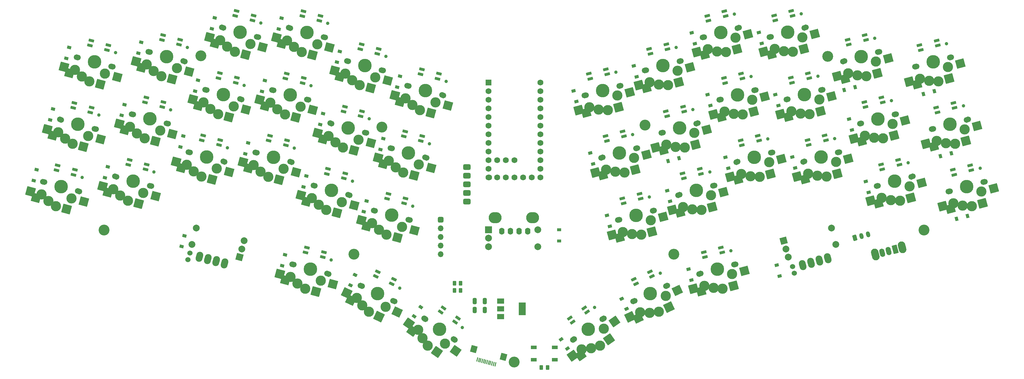
<source format=gbr>
%TF.GenerationSoftware,KiCad,Pcbnew,(6.0.0)*%
%TF.CreationDate,2022-04-21T03:32:39-07:00*%
%TF.ProjectId,ffkb,66666b62-2e6b-4696-9361-645f70636258,rev?*%
%TF.SameCoordinates,Original*%
%TF.FileFunction,Soldermask,Bot*%
%TF.FilePolarity,Negative*%
%FSLAX46Y46*%
G04 Gerber Fmt 4.6, Leading zero omitted, Abs format (unit mm)*
G04 Created by KiCad (PCBNEW (6.0.0)) date 2022-04-21 03:32:39*
%MOMM*%
%LPD*%
G01*
G04 APERTURE LIST*
G04 Aperture macros list*
%AMRoundRect*
0 Rectangle with rounded corners*
0 $1 Rounding radius*
0 $2 $3 $4 $5 $6 $7 $8 $9 X,Y pos of 4 corners*
0 Add a 4 corners polygon primitive as box body*
4,1,4,$2,$3,$4,$5,$6,$7,$8,$9,$2,$3,0*
0 Add four circle primitives for the rounded corners*
1,1,$1+$1,$2,$3*
1,1,$1+$1,$4,$5*
1,1,$1+$1,$6,$7*
1,1,$1+$1,$8,$9*
0 Add four rect primitives between the rounded corners*
20,1,$1+$1,$2,$3,$4,$5,0*
20,1,$1+$1,$4,$5,$6,$7,0*
20,1,$1+$1,$6,$7,$8,$9,0*
20,1,$1+$1,$8,$9,$2,$3,0*%
%AMHorizOval*
0 Thick line with rounded ends*
0 $1 width*
0 $2 $3 position (X,Y) of the first rounded end (center of the circle)*
0 $4 $5 position (X,Y) of the second rounded end (center of the circle)*
0 Add line between two ends*
20,1,$1,$2,$3,$4,$5,0*
0 Add two circle primitives to create the rounded ends*
1,1,$1,$2,$3*
1,1,$1,$4,$5*%
%AMRotRect*
0 Rectangle, with rotation*
0 The origin of the aperture is its center*
0 $1 length*
0 $2 width*
0 $3 Rotation angle, in degrees counterclockwise*
0 Add horizontal line*
21,1,$1,$2,0,0,$3*%
G04 Aperture macros list end*
%ADD10RoundRect,0.425000X-0.425000X-0.425000X0.425000X-0.425000X0.425000X0.425000X-0.425000X0.425000X0*%
%ADD11O,1.700000X1.700000*%
%ADD12RotRect,2.000000X2.000000X165.000000*%
%ADD13C,2.000000*%
%ADD14RotRect,2.000000X2.000000X15.000000*%
%ADD15HorizOval,2.000000X0.129410X0.482963X-0.129410X-0.482963X0*%
%ADD16C,1.524000*%
%ADD17HorizOval,1.524000X0.000000X0.000000X0.000000X0.000000X0*%
%ADD18HorizOval,2.000000X-0.129410X0.482963X0.129410X-0.482963X0*%
%ADD19HorizOval,1.524000X0.000000X0.000000X0.000000X0.000000X0*%
%ADD20O,1.600000X2.000000*%
%ADD21RoundRect,0.082000X0.608642X-0.502656X0.778427X0.130992X-0.608642X0.502656X-0.778427X-0.130992X0*%
%ADD22RoundRect,0.082000X0.400018X-0.680510X0.776284X-0.143146X-0.400018X0.680510X-0.776284X0.143146X0*%
%ADD23C,3.429000*%
%ADD24C,1.701800*%
%ADD25C,3.000000*%
%ADD26C,0.990600*%
%ADD27C,3.987800*%
%ADD28RotRect,2.600000X2.600000X345.000000*%
%ADD29RotRect,2.550000X2.500000X165.000000*%
%ADD30RotRect,2.550000X2.500000X145.000000*%
%ADD31RotRect,2.600000X2.600000X325.000000*%
%ADD32RotRect,2.600000X2.600000X335.000000*%
%ADD33RotRect,2.550000X2.500000X155.000000*%
%ADD34RoundRect,0.082000X0.512110X-0.600709X0.789348X-0.006171X-0.512110X0.600709X-0.789348X0.006171X0*%
%ADD35RoundRect,0.082000X0.778427X-0.130992X0.608642X0.502656X-0.778427X0.130992X-0.608642X-0.502656X0*%
%ADD36RoundRect,0.082000X0.789348X0.006171X0.512110X0.600709X-0.789348X-0.006171X-0.512110X-0.600709X0*%
%ADD37RoundRect,0.082000X0.776284X0.143146X0.400018X0.680510X-0.776284X-0.143146X-0.400018X-0.680510X0*%
%ADD38RotRect,2.550000X2.500000X215.000000*%
%ADD39RotRect,2.600000X2.600000X35.000000*%
%ADD40RotRect,2.550000X2.500000X195.000000*%
%ADD41RotRect,2.600000X2.600000X15.000000*%
%ADD42RotRect,2.550000X2.500000X205.000000*%
%ADD43RotRect,2.600000X2.600000X25.000000*%
%ADD44R,2.000000X2.000000*%
%ADD45R,1.752600X1.752600*%
%ADD46C,1.752600*%
%ADD47C,3.200000*%
%ADD48RotRect,0.900000X1.200000X255.000000*%
%ADD49RotRect,0.900000X1.200000X285.000000*%
%ADD50RoundRect,0.249998X0.262502X0.450002X-0.262502X0.450002X-0.262502X-0.450002X0.262502X-0.450002X0*%
%ADD51R,1.800000X1.100000*%
%ADD52RoundRect,0.425000X0.675000X0.425000X-0.675000X0.425000X-0.675000X-0.425000X0.675000X-0.425000X0*%
%ADD53RoundRect,0.425000X0.675000X-0.425000X0.675000X0.425000X-0.675000X0.425000X-0.675000X-0.425000X0*%
%ADD54O,3.800000X3.300000*%
%ADD55RotRect,0.900000X1.200000X245.000000*%
%ADD56RotRect,0.900000X1.200000X235.000000*%
%ADD57RotRect,0.900000X1.200000X15.000000*%
%ADD58RotRect,0.900000X1.200000X305.000000*%
%ADD59RotRect,0.900000X1.200000X295.000000*%
%ADD60RotRect,0.900000X1.200000X195.000000*%
%ADD61R,1.200000X0.900000*%
%ADD62HorizOval,2.200000X-0.168232X0.627852X0.168232X-0.627852X0*%
%ADD63RotRect,1.500000X2.500000X195.000000*%
%ADD64HorizOval,1.500000X-0.129410X0.482963X0.129410X-0.482963X0*%
%ADD65RoundRect,0.250000X-0.176312X-0.694290X0.499836X-0.513117X0.176312X0.694290X-0.499836X0.513117X0*%
%ADD66HorizOval,1.200000X-0.071175X0.265630X0.071175X-0.265630X0*%
%ADD67R,2.000000X1.500000*%
%ADD68R,2.000000X3.800000*%
%ADD69RotRect,0.280000X1.250000X345.000000*%
%ADD70RotRect,1.800000X2.000000X345.000000*%
%ADD71RoundRect,0.250000X-0.262500X-0.450000X0.262500X-0.450000X0.262500X0.450000X-0.262500X0.450000X0*%
%ADD72RoundRect,0.250000X-0.325000X-0.650000X0.325000X-0.650000X0.325000X0.650000X-0.325000X0.650000X0*%
G04 APERTURE END LIST*
D10*
%TO.C,J4*%
X112650000Y-86990000D03*
D11*
X112650000Y-89530000D03*
X112650000Y-92070000D03*
X112650000Y-94610000D03*
X112650000Y-97150000D03*
%TD*%
D12*
%TO.C,SW42*%
X53585255Y-98010424D03*
D13*
X54879350Y-93180795D03*
X54232303Y-95595610D03*
X40873426Y-89427919D03*
X39579331Y-94257548D03*
%TD*%
D14*
%TO.C,SW43*%
X213443480Y-93180544D03*
D13*
X214737575Y-98010173D03*
X214090527Y-95595359D03*
X228743499Y-94257297D03*
X227449404Y-89427668D03*
%TD*%
D15*
%TO.C,SW44*%
X41761892Y-97896424D03*
X44215343Y-98553824D03*
X46668795Y-99211225D03*
X49122246Y-99868625D03*
D16*
X38437063Y-98713744D03*
D17*
X38954701Y-96781893D03*
%TD*%
D18*
%TO.C,SW45*%
X219033655Y-100327217D03*
X221487107Y-99669817D03*
X223940559Y-99012417D03*
X226394010Y-98355016D03*
D16*
X216562929Y-102697452D03*
D19*
X216045291Y-100765600D03*
%TD*%
D20*
%TO.C,Brd1*%
X138180852Y-90353496D03*
X135640852Y-90353496D03*
X133100852Y-90353496D03*
X130560852Y-90353496D03*
%TD*%
D21*
%TO.C,D43*%
X25926705Y-72144400D03*
X26314934Y-70695511D03*
X21292120Y-69349652D03*
X20903891Y-70798541D03*
%TD*%
%TO.C,D49*%
X72078777Y-46723226D03*
X72467006Y-45274337D03*
X67444192Y-43928478D03*
X67055963Y-45377367D03*
%TD*%
%TO.C,D50*%
X67161212Y-65075818D03*
X67549441Y-63626929D03*
X62526627Y-62281070D03*
X62138398Y-63729959D03*
%TD*%
%TO.C,D42*%
X30844270Y-53791808D03*
X31232499Y-52342919D03*
X26209685Y-50997060D03*
X25821456Y-52445949D03*
%TD*%
%TO.C,D46*%
X52432095Y-46635300D03*
X52820324Y-45186411D03*
X47797510Y-43840552D03*
X47409281Y-45289441D03*
%TD*%
%TO.C,D58*%
X78008059Y-98005229D03*
X78396288Y-96556340D03*
X73373474Y-95210481D03*
X72985245Y-96659370D03*
%TD*%
D22*
%TO.C,D60*%
X116909424Y-117141558D03*
X117769788Y-115912830D03*
X113510198Y-112930233D03*
X112649833Y-114158961D03*
%TD*%
D23*
%TO.C,SW22*%
X43882441Y-68497424D03*
D24*
X38975538Y-67182623D03*
D25*
X38082240Y-70825551D03*
D26*
X50011614Y-65791571D03*
D25*
X42342468Y-74244683D03*
D24*
X48789344Y-69812225D03*
X38569849Y-67073919D03*
D27*
X43882441Y-68497424D03*
D25*
X46905218Y-71936976D03*
D24*
X49195033Y-69920929D03*
D25*
X40114189Y-72746927D03*
D28*
X34918833Y-69977918D03*
D29*
X36491967Y-71776355D03*
D28*
X45505875Y-75092315D03*
D29*
X50527440Y-72907548D03*
%TD*%
D25*
%TO.C,SW33*%
X70607714Y-105764260D03*
D24*
X79688558Y-102938262D03*
D26*
X80505139Y-98808904D03*
D27*
X74375966Y-101514757D03*
D24*
X69469063Y-100199956D03*
D23*
X74375966Y-101514757D03*
D24*
X69063374Y-100091252D03*
D25*
X72835993Y-107262016D03*
X77398743Y-104954309D03*
X68575765Y-103842884D03*
D24*
X79282869Y-102829558D03*
D28*
X65412358Y-102995251D03*
D29*
X66985492Y-104793688D03*
X81020965Y-105924881D03*
D28*
X75999400Y-108109648D03*
%TD*%
D24*
%TO.C,SW23*%
X68841711Y-70008851D03*
D25*
X57728918Y-70913473D03*
D26*
X69658292Y-65879493D03*
D24*
X58216527Y-67161841D03*
D25*
X59760867Y-72834849D03*
X61989146Y-74332605D03*
X66551896Y-72024898D03*
D24*
X68436022Y-69900147D03*
D23*
X63529119Y-68585346D03*
D27*
X63529119Y-68585346D03*
D24*
X58622216Y-67270545D03*
D28*
X54565511Y-70065840D03*
D29*
X56138645Y-71864277D03*
D28*
X65152553Y-75180237D03*
D29*
X70174118Y-72995470D03*
%TD*%
D24*
%TO.C,SW35*%
X116457335Y-122110955D03*
X108134751Y-116283419D03*
D26*
X118981038Y-118750817D03*
D25*
X106049371Y-119401125D03*
X107301629Y-121901595D03*
X113960128Y-123463159D03*
D24*
X116801379Y-122351857D03*
D25*
X108883263Y-124071142D03*
D24*
X107790707Y-116042517D03*
D23*
X112296043Y-119197187D03*
D27*
X112296043Y-119197187D03*
D30*
X104229808Y-119750684D03*
D31*
X103366648Y-117522662D03*
D30*
X117031948Y-125614071D03*
D31*
X111565986Y-125949604D03*
%TD*%
D25*
%TO.C,SW25*%
X101315944Y-89104468D03*
D23*
X98293167Y-85664916D03*
D27*
X98293167Y-85664916D03*
D25*
X92492966Y-87993043D03*
D24*
X103200070Y-86979717D03*
D25*
X94524915Y-89914419D03*
D24*
X92980575Y-84241411D03*
D26*
X104422340Y-82959063D03*
D24*
X93386264Y-84350115D03*
X103605759Y-87088421D03*
D25*
X96753194Y-91412175D03*
D29*
X90902693Y-88943847D03*
D28*
X89329559Y-87145410D03*
X99916601Y-92259807D03*
D29*
X104938166Y-90075040D03*
%TD*%
D27*
%TO.C,SW21*%
X22294612Y-75653928D03*
D25*
X18526360Y-79903431D03*
D24*
X16982020Y-74230423D03*
D25*
X25317389Y-79093480D03*
D24*
X27607204Y-77077433D03*
D26*
X28423785Y-72948075D03*
D25*
X20754639Y-81401187D03*
X16494411Y-77982055D03*
D24*
X17387709Y-74339127D03*
D23*
X22294612Y-75653928D03*
D24*
X27201515Y-76968729D03*
D29*
X14904138Y-78932859D03*
D28*
X13331004Y-77134422D03*
X23918046Y-82248819D03*
D29*
X28939611Y-80064052D03*
%TD*%
D25*
%TO.C,SW14*%
X83965213Y-65727212D03*
D27*
X85505186Y-59979953D03*
D24*
X90817778Y-61403458D03*
D26*
X91634359Y-57274100D03*
D23*
X85505186Y-59979953D03*
D25*
X79704985Y-62308080D03*
D24*
X90412089Y-61294754D03*
D25*
X81736934Y-64229456D03*
D24*
X80598283Y-58665152D03*
X80192594Y-58556448D03*
D25*
X88527963Y-63419505D03*
D28*
X76541578Y-61460447D03*
D29*
X78114712Y-63258884D03*
X92150185Y-64390077D03*
D28*
X87128620Y-66574844D03*
%TD*%
D21*
%TO.C,D52*%
X84219712Y-74823011D03*
X84607941Y-73374122D03*
X79585127Y-72028263D03*
X79196898Y-73477152D03*
%TD*%
D24*
%TO.C,SW34*%
X99094199Y-111021587D03*
X98713550Y-110844088D03*
X89505462Y-106550286D03*
D26*
X100615429Y-107096762D03*
D25*
X87993149Y-109982750D03*
X89660583Y-112227780D03*
X91594927Y-114089718D03*
D24*
X89124813Y-106372787D03*
D27*
X94109506Y-108697187D03*
D25*
X96489088Y-112609384D03*
D23*
X94109506Y-108697187D03*
D32*
X85024991Y-108598675D03*
D33*
X86261929Y-110642962D03*
X99887742Y-114194203D03*
D32*
X94563085Y-115473793D03*
%TD*%
D21*
%TO.C,D56*%
X106842822Y-63802801D03*
X107231051Y-62353912D03*
X102208237Y-61008053D03*
X101820008Y-62456942D03*
%TD*%
D26*
%TO.C,SW4*%
X96551919Y-38921510D03*
D25*
X86654494Y-45876866D03*
X84622545Y-43955490D03*
D24*
X85515843Y-40312562D03*
D25*
X88882773Y-47374622D03*
D24*
X95735338Y-43050868D03*
D25*
X93445523Y-45066915D03*
D27*
X90422746Y-41627363D03*
D24*
X85110154Y-40203858D03*
D23*
X90422746Y-41627363D03*
D24*
X95329649Y-42942164D03*
D29*
X83032272Y-44906294D03*
D28*
X81459138Y-43107857D03*
X92046180Y-48222254D03*
D29*
X97067745Y-46037487D03*
%TD*%
D21*
%TO.C,D54*%
X94054839Y-38117835D03*
X94443068Y-36668946D03*
X89420254Y-35323087D03*
X89032025Y-36771976D03*
%TD*%
D25*
%TO.C,SW24*%
X76819367Y-82582042D03*
D24*
X85494522Y-79647340D03*
D25*
X79047646Y-84079798D03*
X74787418Y-80660666D03*
D24*
X75275027Y-76909034D03*
X75680716Y-77017738D03*
D23*
X80587619Y-78332539D03*
D26*
X86716792Y-75626686D03*
D25*
X83610396Y-81772091D03*
D24*
X85900211Y-79756044D03*
D27*
X80587619Y-78332539D03*
D29*
X73197145Y-81611470D03*
D28*
X71624011Y-79813033D03*
X82211053Y-84927430D03*
D29*
X87232618Y-82742663D03*
%TD*%
D21*
%TO.C,D53*%
X89137279Y-56470425D03*
X89525508Y-55021536D03*
X84502694Y-53675677D03*
X84114465Y-55124566D03*
%TD*%
%TO.C,D45*%
X47514534Y-64987896D03*
X47902763Y-63539007D03*
X42879949Y-62193148D03*
X42491720Y-63642037D03*
%TD*%
D34*
%TO.C,D59*%
X98295843Y-105871683D03*
X98929770Y-104512221D03*
X94216970Y-102314606D03*
X93583042Y-103674068D03*
%TD*%
D25*
%TO.C,SW12*%
X47260029Y-55892087D03*
D26*
X54929175Y-47438975D03*
D24*
X43487410Y-48721323D03*
D25*
X42999801Y-52472955D03*
D27*
X48800002Y-50144828D03*
D24*
X43893099Y-48830027D03*
X53706905Y-51459629D03*
D25*
X45031750Y-54394331D03*
D23*
X48800002Y-50144828D03*
D25*
X51822779Y-53584380D03*
D24*
X54112594Y-51568333D03*
D29*
X41409528Y-53423759D03*
D28*
X39836394Y-51625322D03*
X50423436Y-56739719D03*
D29*
X55445001Y-54554952D03*
%TD*%
D24*
%TO.C,SW3*%
X68457345Y-30565364D03*
D25*
X76387025Y-35319717D03*
D24*
X78676840Y-33303670D03*
D23*
X73364248Y-31880165D03*
D25*
X71824275Y-37627424D03*
X69595996Y-36129668D03*
D24*
X68051656Y-30456660D03*
X78271151Y-33194966D03*
D26*
X79493421Y-29174312D03*
D25*
X67564047Y-34208292D03*
D27*
X73364248Y-31880165D03*
D29*
X65973774Y-35159096D03*
D28*
X64400640Y-33360659D03*
X74987682Y-38475056D03*
D29*
X80009247Y-36290289D03*
%TD*%
D24*
%TO.C,SW15*%
X108523321Y-68735834D03*
D27*
X103210729Y-67312329D03*
D26*
X109339902Y-64606476D03*
D25*
X97410528Y-69640456D03*
X106233506Y-70751881D03*
D24*
X97898137Y-65888824D03*
X98303826Y-65997528D03*
D23*
X103210729Y-67312329D03*
D25*
X101670756Y-73059588D03*
D24*
X108117632Y-68627130D03*
D25*
X99442477Y-71561832D03*
D29*
X95820255Y-70591260D03*
D28*
X94247121Y-68792823D03*
X104834163Y-73907220D03*
D29*
X109855728Y-71722453D03*
%TD*%
D25*
%TO.C,SW5*%
X111151066Y-52399284D03*
X102328088Y-51287859D03*
D24*
X113035192Y-50274533D03*
D27*
X108128289Y-48959732D03*
D24*
X103221386Y-47644931D03*
X113440881Y-50383237D03*
X102815697Y-47536227D03*
D23*
X108128289Y-48959732D03*
D25*
X106588316Y-54706991D03*
X104360037Y-53209235D03*
D26*
X114257462Y-46253879D03*
D28*
X99164681Y-50440226D03*
D29*
X100737815Y-52238663D03*
D28*
X109751723Y-55554623D03*
D29*
X114773288Y-53369856D03*
%TD*%
D25*
%TO.C,SW13*%
X64678432Y-54482257D03*
D24*
X73759276Y-51656259D03*
X63134092Y-48809249D03*
D25*
X66906711Y-55980013D03*
D26*
X74575857Y-47526901D03*
D23*
X68446684Y-50232754D03*
D25*
X62646483Y-52560881D03*
D27*
X68446684Y-50232754D03*
D24*
X73353587Y-51547555D03*
X63539781Y-48917953D03*
D25*
X71469461Y-53672306D03*
D28*
X59483076Y-51713248D03*
D29*
X61056210Y-53511685D03*
X75091683Y-54642878D03*
D28*
X70070118Y-56827645D03*
%TD*%
D23*
%TO.C,SW1*%
X32129741Y-38948746D03*
D24*
X37036644Y-40263547D03*
D25*
X35152518Y-42388298D03*
X26329540Y-41276873D03*
X30589768Y-44696005D03*
D24*
X37442333Y-40372251D03*
D27*
X32129741Y-38948746D03*
D24*
X27222838Y-37633945D03*
X26817149Y-37525241D03*
D26*
X38258914Y-36242893D03*
D25*
X28361489Y-43198249D03*
D29*
X24739267Y-42227677D03*
D28*
X23166133Y-40429240D03*
D29*
X38774740Y-43358870D03*
D28*
X33753175Y-45543637D03*
%TD*%
D24*
%TO.C,SW2*%
X48810661Y-30477444D03*
D23*
X53717564Y-31792245D03*
D25*
X52177591Y-37539504D03*
X49949312Y-36041748D03*
X56740341Y-35231797D03*
D26*
X59846737Y-29086392D03*
D24*
X48404972Y-30368740D03*
D27*
X53717564Y-31792245D03*
D24*
X58624467Y-33107046D03*
X59030156Y-33215750D03*
D25*
X47917363Y-34120372D03*
D28*
X44753956Y-33272739D03*
D29*
X46327090Y-35071176D03*
D28*
X55340998Y-38387136D03*
D29*
X60362563Y-36202369D03*
%TD*%
D23*
%TO.C,SW11*%
X27212177Y-57301336D03*
D25*
X21411976Y-59629463D03*
X25672204Y-63048595D03*
X23443925Y-61550839D03*
D24*
X32524769Y-58724841D03*
D26*
X33341350Y-54595483D03*
D24*
X32119080Y-58616137D03*
D27*
X27212177Y-57301336D03*
D24*
X21899585Y-55877831D03*
X22305274Y-55986535D03*
D25*
X30234954Y-60740888D03*
D29*
X19821703Y-60580267D03*
D28*
X18248569Y-58781830D03*
D29*
X33857176Y-61711460D03*
D28*
X28835611Y-63896227D03*
%TD*%
D21*
%TO.C,D41*%
X35761834Y-35439218D03*
X36150063Y-33990329D03*
X31127249Y-32644470D03*
X30739020Y-34093359D03*
%TD*%
%TO.C,D48*%
X76996341Y-28370637D03*
X77384570Y-26921748D03*
X72361756Y-25575889D03*
X71973527Y-27024778D03*
%TD*%
%TO.C,D55*%
X111760382Y-45450204D03*
X112148611Y-44001315D03*
X107125797Y-42655456D03*
X106737568Y-44104345D03*
%TD*%
%TO.C,D47*%
X57349657Y-28282717D03*
X57737886Y-26833828D03*
X52715072Y-25487969D03*
X52326843Y-26936858D03*
%TD*%
D35*
%TO.C,D72*%
X201270813Y-45379650D03*
X200882584Y-43930761D03*
X195859770Y-45276620D03*
X196247999Y-46725509D03*
%TD*%
%TO.C,D78*%
X247422891Y-70800821D03*
X247034662Y-69351932D03*
X242011848Y-70697791D03*
X242400077Y-72146680D03*
%TD*%
%TO.C,D64*%
X171424337Y-80811808D03*
X171036108Y-79362919D03*
X166013294Y-80708778D03*
X166401523Y-82157667D03*
%TD*%
%TO.C,D69*%
X189129883Y-73479432D03*
X188741654Y-72030543D03*
X183718840Y-73376402D03*
X184107069Y-74825291D03*
%TD*%
%TO.C,D71*%
X206188375Y-63732236D03*
X205800146Y-62283347D03*
X200777332Y-63629206D03*
X201165561Y-65078095D03*
%TD*%
%TO.C,D73*%
X196353249Y-27027062D03*
X195965020Y-25578173D03*
X190942206Y-26924032D03*
X191330435Y-28372921D03*
%TD*%
%TO.C,D74*%
X215999937Y-26939128D03*
X215611708Y-25490239D03*
X210588894Y-26836098D03*
X210977123Y-28284987D03*
%TD*%
%TO.C,D80*%
X237587762Y-34095639D03*
X237199533Y-32646750D03*
X232176719Y-33992609D03*
X232564948Y-35441498D03*
%TD*%
%TO.C,D76*%
X225835059Y-63644308D03*
X225446830Y-62195419D03*
X220424016Y-63541278D03*
X220812245Y-64990167D03*
%TD*%
%TO.C,D75*%
X220917499Y-45291720D03*
X220529270Y-43842831D03*
X215506456Y-45188690D03*
X215894685Y-46637579D03*
%TD*%
%TO.C,D79*%
X242505322Y-52448227D03*
X242117093Y-50999338D03*
X237094279Y-52345197D03*
X237482508Y-53794086D03*
%TD*%
%TO.C,D68*%
X184212315Y-55126847D03*
X183824086Y-53677958D03*
X178801272Y-55023817D03*
X179189501Y-56472706D03*
%TD*%
%TO.C,D63*%
X195341534Y-96661651D03*
X194953305Y-95212762D03*
X189930491Y-96558621D03*
X190318720Y-98007510D03*
%TD*%
D36*
%TO.C,D62*%
X174743737Y-103676339D03*
X174109809Y-102316877D03*
X169397009Y-104514492D03*
X170030936Y-105873954D03*
%TD*%
D37*
%TO.C,D61*%
X155676950Y-114161231D03*
X154816585Y-112932503D03*
X150556995Y-115915100D03*
X151417359Y-117143828D03*
%TD*%
D25*
%TO.C,SW36*%
X160608593Y-119094777D03*
X156863862Y-124817634D03*
D23*
X156030740Y-119199457D03*
D24*
X160192032Y-116285689D03*
X151869448Y-122113225D03*
D27*
X156030740Y-119199457D03*
D24*
X151525404Y-122354127D03*
D25*
X159443520Y-124073412D03*
X154085891Y-125139159D03*
D24*
X160536076Y-116044787D03*
D26*
X157897693Y-112764949D03*
D38*
X153792042Y-126968545D03*
D39*
X151403168Y-127017622D03*
D38*
X163680414Y-116943865D03*
D39*
X162126243Y-122194949D03*
%TD*%
D26*
%TO.C,SW29*%
X228399431Y-63091771D03*
D24*
X219537435Y-69814496D03*
D23*
X224444338Y-68499695D03*
D24*
X229756930Y-67076190D03*
D27*
X224444338Y-68499695D03*
D24*
X219131746Y-69923200D03*
D25*
X228781916Y-69967046D03*
X223305687Y-74063999D03*
X220585280Y-73416012D03*
D24*
X229351241Y-67184894D03*
D25*
X225984311Y-74246954D03*
D40*
X219683465Y-75034570D03*
D41*
X217421873Y-74263644D03*
D40*
X232404138Y-68996475D03*
D41*
X229147718Y-73399321D03*
%TD*%
D27*
%TO.C,SW37*%
X174217273Y-108699458D03*
D24*
X169232580Y-111023858D03*
X169613229Y-110846359D03*
X179201966Y-106375058D03*
D25*
X174062152Y-114376952D03*
X176731852Y-114091989D03*
D26*
X177173203Y-102686898D03*
D24*
X178821317Y-106552557D03*
D23*
X174217273Y-108699458D03*
D25*
X178743756Y-109391304D03*
X171270553Y-114211204D03*
D42*
X170663498Y-115961770D03*
D43*
X168302395Y-115595278D03*
D42*
X182142410Y-107806486D03*
D43*
X179700010Y-112707915D03*
%TD*%
D24*
%TO.C,SW38*%
X198857716Y-100202237D03*
X188638221Y-102940543D03*
X199263405Y-100093533D03*
D25*
X192812162Y-107081342D03*
X198288391Y-102984389D03*
X195490786Y-107264297D03*
D24*
X189043910Y-102831839D03*
D27*
X193950813Y-101517038D03*
D23*
X193950813Y-101517038D03*
D25*
X190091755Y-106433355D03*
D26*
X197905906Y-96109114D03*
D40*
X189189940Y-108051913D03*
D41*
X186928348Y-107280987D03*
X198654193Y-106416664D03*
D40*
X201910613Y-102013818D03*
%TD*%
D25*
%TO.C,SW30*%
X250369748Y-77123559D03*
D24*
X250939073Y-74341407D03*
D23*
X246032170Y-75656208D03*
D26*
X249987263Y-70248284D03*
D24*
X251344762Y-74232703D03*
X240719578Y-77079713D03*
X241125267Y-76971009D03*
D25*
X242173112Y-80572525D03*
X244893519Y-81220512D03*
D27*
X246032170Y-75656208D03*
D25*
X247572143Y-81403467D03*
D40*
X241271297Y-82191083D03*
D41*
X239009705Y-81420157D03*
D40*
X253991970Y-76152988D03*
D41*
X250735550Y-80555834D03*
%TD*%
D25*
%TO.C,SW26*%
X171573589Y-91414454D03*
D24*
X164721024Y-87090700D03*
X175346208Y-84243690D03*
X174940519Y-84352394D03*
D25*
X166174558Y-90583512D03*
D24*
X165126713Y-86981996D03*
D27*
X170033616Y-85667195D03*
D26*
X173988709Y-80259271D03*
D25*
X174371194Y-87134546D03*
X168894965Y-91231499D03*
D23*
X170033616Y-85667195D03*
D40*
X165272743Y-92202070D03*
D41*
X163011151Y-91431144D03*
D40*
X177993416Y-86163975D03*
D41*
X174736996Y-90566821D03*
%TD*%
D25*
%TO.C,SW27*%
X186600511Y-83899123D03*
X192076740Y-79802170D03*
D26*
X191694255Y-72926895D03*
D27*
X187739162Y-78334819D03*
D24*
X182426570Y-79758324D03*
X182832259Y-79649620D03*
D23*
X187739162Y-78334819D03*
D24*
X193051754Y-76911314D03*
X192646065Y-77020018D03*
D25*
X183880104Y-83251136D03*
X189279135Y-84082078D03*
D40*
X182978289Y-84869694D03*
D41*
X180716697Y-84098768D03*
D40*
X195698962Y-78831599D03*
D41*
X192442542Y-83234445D03*
%TD*%
D24*
%TO.C,SW28*%
X199485062Y-70011128D03*
D27*
X204797654Y-68587623D03*
D24*
X210110246Y-67164118D03*
D25*
X200938596Y-73503940D03*
X206337627Y-74334882D03*
D24*
X209704557Y-67272822D03*
D23*
X204797654Y-68587623D03*
D26*
X208752747Y-63179699D03*
D25*
X209135232Y-70054974D03*
X203659003Y-74151927D03*
D24*
X199890751Y-69902424D03*
D41*
X197775189Y-74351572D03*
D40*
X200036781Y-75122498D03*
D41*
X209501034Y-73487249D03*
D40*
X212757454Y-69084403D03*
%TD*%
D24*
%TO.C,SW20*%
X235802009Y-58727119D03*
X246021504Y-55988813D03*
X246427193Y-55880109D03*
D26*
X245069694Y-51895690D03*
D25*
X237255543Y-62219931D03*
D23*
X241114601Y-57303614D03*
D25*
X242654574Y-63050873D03*
D24*
X236207698Y-58618415D03*
D25*
X245452179Y-58770965D03*
X239975950Y-62867918D03*
D27*
X241114601Y-57303614D03*
D41*
X234092136Y-63067563D03*
D40*
X236353728Y-63838489D03*
D41*
X245817981Y-62203240D03*
D40*
X249074401Y-57800394D03*
%TD*%
D35*
%TO.C,D65*%
X166506779Y-62459218D03*
X166118550Y-61010329D03*
X161095736Y-62356188D03*
X161483965Y-63805077D03*
%TD*%
D25*
%TO.C,SW7*%
X174044982Y-46545957D03*
D24*
X183216632Y-40206135D03*
D26*
X181859133Y-36221716D03*
D23*
X177904040Y-41629640D03*
D25*
X179444013Y-47376899D03*
X176765389Y-47193944D03*
D24*
X172591448Y-43053145D03*
X182810943Y-40314839D03*
D25*
X182241618Y-43096991D03*
D24*
X172997137Y-42944441D03*
D27*
X177904040Y-41629640D03*
D40*
X173143167Y-48164515D03*
D41*
X170881575Y-47393589D03*
X182607420Y-46529266D03*
D40*
X185863840Y-42126420D03*
%TD*%
D24*
%TO.C,SW9*%
X209702313Y-33109316D03*
X219516119Y-30479714D03*
D25*
X213470565Y-37358819D03*
X216149189Y-37541774D03*
D27*
X214609216Y-31794515D03*
D24*
X219921808Y-30371010D03*
D26*
X218564309Y-26386591D03*
D25*
X218946794Y-33261866D03*
X210750158Y-36710832D03*
D24*
X209296624Y-33218020D03*
D23*
X214609216Y-31794515D03*
D40*
X209848343Y-38329390D03*
D41*
X207586751Y-37558464D03*
D40*
X222569016Y-32291295D03*
D41*
X219312596Y-36694141D03*
%TD*%
D27*
%TO.C,SW8*%
X194962528Y-31882449D03*
D25*
X196502501Y-37629708D03*
D24*
X200275120Y-30458944D03*
D25*
X199300106Y-33349800D03*
D23*
X194962528Y-31882449D03*
D24*
X199869431Y-30567648D03*
D25*
X193823877Y-37446753D03*
D24*
X190055625Y-33197250D03*
D25*
X191103470Y-36798766D03*
D26*
X198917621Y-26474525D03*
D24*
X189649936Y-33305954D03*
D41*
X187940063Y-37646398D03*
D40*
X190201655Y-38417324D03*
D41*
X199665908Y-36782075D03*
D40*
X202922328Y-32379229D03*
%TD*%
D25*
%TO.C,SW16*%
X163977407Y-72878909D03*
D24*
X170022961Y-65999804D03*
D25*
X169453636Y-68781956D03*
D27*
X165116058Y-67314605D03*
D24*
X170428650Y-65891100D03*
X160209155Y-68629406D03*
D26*
X169071151Y-61906681D03*
D25*
X161257000Y-72230922D03*
D23*
X165116058Y-67314605D03*
D25*
X166656031Y-73061864D03*
D24*
X159803466Y-68738110D03*
D40*
X160355185Y-73849480D03*
D41*
X158093593Y-73078554D03*
D40*
X173075858Y-67811385D03*
D41*
X169819438Y-72214231D03*
%TD*%
D26*
%TO.C,SW19*%
X223481871Y-44739183D03*
D25*
X221066751Y-55894366D03*
X215667720Y-55063424D03*
D27*
X219526778Y-50147107D03*
D24*
X214619875Y-51461908D03*
X214214186Y-51570612D03*
D25*
X218388127Y-55711411D03*
D24*
X224839370Y-48723602D03*
X224433681Y-48832306D03*
D25*
X223864356Y-51614458D03*
D23*
X219526778Y-50147107D03*
D41*
X212504313Y-55911056D03*
D40*
X214765905Y-56681982D03*
X227486578Y-50643887D03*
D41*
X224230158Y-55046733D03*
%TD*%
D24*
%TO.C,SW17*%
X187728497Y-58667433D03*
X177509002Y-61405739D03*
D23*
X182821594Y-59982234D03*
D27*
X182821594Y-59982234D03*
D25*
X187159172Y-61449585D03*
D24*
X188134186Y-58558729D03*
D25*
X184361567Y-65729493D03*
X181682943Y-65546538D03*
D26*
X186776687Y-54574310D03*
D25*
X178962536Y-64898551D03*
D24*
X177914691Y-61297035D03*
D41*
X175799129Y-65746183D03*
D40*
X178060721Y-66517109D03*
X190781394Y-60479014D03*
D41*
X187524974Y-64881860D03*
%TD*%
D23*
%TO.C,SW18*%
X199880092Y-50235037D03*
D24*
X194973189Y-51549838D03*
D25*
X198741441Y-55799341D03*
D26*
X203835185Y-44827113D03*
D24*
X194567500Y-51658542D03*
D25*
X204217670Y-51702388D03*
X196021034Y-55151354D03*
X201420065Y-55982296D03*
D27*
X199880092Y-50235037D03*
D24*
X205192684Y-48811532D03*
X204786995Y-48920236D03*
D40*
X195119219Y-56769912D03*
D41*
X192857627Y-55998986D03*
X204583472Y-55134663D03*
D40*
X207839892Y-50731817D03*
%TD*%
D25*
%TO.C,SW10*%
X237737014Y-44698285D03*
X240534619Y-40418377D03*
D24*
X231290138Y-40265827D03*
X230884449Y-40374531D03*
X241103944Y-37636225D03*
X241509633Y-37527521D03*
D27*
X236197041Y-38951026D03*
D23*
X236197041Y-38951026D03*
D25*
X232337983Y-43867343D03*
D26*
X240152134Y-33543102D03*
D25*
X235058390Y-44515330D03*
D41*
X229174576Y-44714975D03*
D40*
X231436168Y-45485901D03*
X244156841Y-39447806D03*
D41*
X240900421Y-43850652D03*
%TD*%
D23*
%TO.C,SW6*%
X160198495Y-48962019D03*
D25*
X164536073Y-50429370D03*
D26*
X164153588Y-43554095D03*
D25*
X159059844Y-54526323D03*
D27*
X160198495Y-48962019D03*
D24*
X165105398Y-47647218D03*
X165511087Y-47538514D03*
D25*
X161738468Y-54709278D03*
D24*
X154885903Y-50385524D03*
X155291592Y-50276820D03*
D25*
X156339437Y-53878336D03*
D40*
X155437622Y-55496894D03*
D41*
X153176030Y-54725968D03*
X164901875Y-53861645D03*
D40*
X168158295Y-49458799D03*
%TD*%
D35*
%TO.C,D67*%
X179294761Y-36774253D03*
X178906532Y-35325364D03*
X173883718Y-36671223D03*
X174271947Y-38120112D03*
%TD*%
%TO.C,D66*%
X161589216Y-44106632D03*
X161200987Y-42657743D03*
X156178173Y-44003602D03*
X156566402Y-45452491D03*
%TD*%
D21*
%TO.C,D83*%
X14631577Y-37024319D03*
X15019806Y-35575430D03*
X9996992Y-34229571D03*
X9608763Y-35678460D03*
%TD*%
%TO.C,D70*%
X4796462Y-73729502D03*
X5184691Y-72280613D03*
X161877Y-70934754D03*
X-226352Y-72383643D03*
%TD*%
%TO.C,D77*%
X9714021Y-55376908D03*
X10102250Y-53928019D03*
X5079436Y-52582160D03*
X4691207Y-54031049D03*
%TD*%
D35*
%TO.C,D84*%
X258718010Y-35680736D03*
X258329781Y-34231847D03*
X253306967Y-35577706D03*
X253695196Y-37026595D03*
%TD*%
%TO.C,D85*%
X263635572Y-54033336D03*
X263247343Y-52584447D03*
X258224529Y-53930306D03*
X258612758Y-55379195D03*
%TD*%
%TO.C,D86*%
X268553132Y-72385915D03*
X268164903Y-70937026D03*
X263142089Y-72282885D03*
X263530318Y-73731774D03*
%TD*%
D25*
%TO.C,SW31*%
X9459511Y-46281106D03*
D24*
X6092581Y-39219046D03*
D26*
X17128657Y-37827994D03*
D25*
X5199283Y-42861974D03*
D24*
X15906387Y-41848648D03*
D27*
X10999484Y-40533847D03*
D23*
X10999484Y-40533847D03*
D24*
X5686892Y-39110342D03*
X16312076Y-41957352D03*
D25*
X7231232Y-44783350D03*
X14022261Y-43973399D03*
D29*
X3609010Y-43812778D03*
D28*
X2035876Y-42014341D03*
D29*
X17644483Y-44943971D03*
D28*
X12622918Y-47128738D03*
%TD*%
D23*
%TO.C,SW32*%
X257327289Y-40536123D03*
D24*
X262639881Y-39112618D03*
D25*
X261664867Y-42003474D03*
D24*
X262234192Y-39221322D03*
X252014697Y-41959628D03*
D27*
X257327289Y-40536123D03*
D25*
X253468231Y-45452440D03*
X258867262Y-46283382D03*
D26*
X261282382Y-35128199D03*
D24*
X252420386Y-41850924D03*
D25*
X256188638Y-46100427D03*
D41*
X250304824Y-46300072D03*
D40*
X252566416Y-47070998D03*
D41*
X262030669Y-45435749D03*
D40*
X265287089Y-41032903D03*
%TD*%
D24*
%TO.C,SW39*%
X11394520Y-60309941D03*
D25*
X4541955Y-64633695D03*
X2313676Y-63135939D03*
D23*
X6081928Y-58886436D03*
D27*
X6081928Y-58886436D03*
D25*
X9104705Y-62325988D03*
D26*
X12211101Y-56180583D03*
D24*
X10988831Y-60201237D03*
D25*
X281727Y-61214563D03*
D24*
X1175025Y-57571635D03*
X769336Y-57462931D03*
D28*
X-2881680Y-60366930D03*
D29*
X-1308546Y-62165367D03*
X12726927Y-63296560D03*
D28*
X7705362Y-65481327D03*
%TD*%
D25*
%TO.C,SW40*%
X261106200Y-64453027D03*
X266582429Y-60356074D03*
X258385793Y-63805040D03*
D27*
X262244851Y-58888723D03*
D24*
X256932259Y-60312228D03*
X267151754Y-57573922D03*
D26*
X266199944Y-53480799D03*
D24*
X267557443Y-57465218D03*
D23*
X262244851Y-58888723D03*
D24*
X257337948Y-60203524D03*
D25*
X263784824Y-64635982D03*
D40*
X257483978Y-65423598D03*
D41*
X255222386Y-64652672D03*
D40*
X270204651Y-59385503D03*
D41*
X266948231Y-63788349D03*
%TD*%
D27*
%TO.C,SW46*%
X1164369Y-77239030D03*
D23*
X1164369Y-77239030D03*
D24*
X-3742534Y-75924229D03*
D25*
X-4635832Y-79567157D03*
X4187146Y-80678582D03*
D24*
X6071272Y-78553831D03*
D25*
X-375604Y-82986289D03*
D26*
X7293542Y-74533177D03*
D24*
X6476961Y-78662535D03*
D25*
X-2603883Y-81488533D03*
D24*
X-4148223Y-75815525D03*
D28*
X-7799239Y-78719524D03*
D29*
X-6226105Y-80517961D03*
D28*
X2787803Y-83833921D03*
D29*
X7809368Y-81649154D03*
%TD*%
D27*
%TO.C,SW47*%
X267162411Y-77241302D03*
D24*
X261849819Y-78664807D03*
X272069314Y-75926501D03*
D26*
X271117504Y-71833378D03*
D25*
X268702384Y-82988561D03*
X271499989Y-78708653D03*
X263303353Y-82157619D03*
X266023760Y-82805606D03*
D24*
X272475003Y-75817797D03*
X262255508Y-78556103D03*
D23*
X267162411Y-77241302D03*
D41*
X260139946Y-83005251D03*
D40*
X262401538Y-83776177D03*
D41*
X271865791Y-82140928D03*
D40*
X275122211Y-77738082D03*
%TD*%
D44*
%TO.C,SW48*%
X126698261Y-89925079D03*
D13*
X126698261Y-94925079D03*
X126698261Y-92425079D03*
X141198261Y-94925079D03*
X141198261Y-89925079D03*
%TD*%
D21*
%TO.C,D57*%
X101925260Y-82155388D03*
X102313489Y-80706499D03*
X97290675Y-79360640D03*
X96902446Y-80809529D03*
%TD*%
D45*
%TO.C,U3*%
X126666088Y-46594796D03*
D46*
X126666088Y-49134796D03*
X126666088Y-51674796D03*
X126666088Y-54214796D03*
X126666088Y-56754796D03*
X126666088Y-59294796D03*
X126666088Y-61834796D03*
X126666088Y-64374796D03*
X126666088Y-66914796D03*
X126666088Y-69454796D03*
X126666088Y-71994796D03*
X126894688Y-74534796D03*
X141906088Y-74534796D03*
X141906088Y-71994796D03*
X141906088Y-69454796D03*
X141906088Y-66914796D03*
X141906088Y-64374796D03*
X141906088Y-61834796D03*
X141906088Y-59294796D03*
X141906088Y-56754796D03*
X141906088Y-54214796D03*
X141906088Y-51674796D03*
X141906088Y-49134796D03*
X141906088Y-46594796D03*
X129206088Y-74534796D03*
X131746088Y-74534796D03*
X134286088Y-74534796D03*
X136826088Y-74534796D03*
X139366088Y-74534796D03*
%TD*%
%TO.C,U1*%
X126676088Y-46584796D03*
X126676088Y-49124796D03*
X126676088Y-51664796D03*
X126676088Y-54204796D03*
X126676088Y-56744796D03*
X126676088Y-59284796D03*
X126676088Y-61824796D03*
X126676088Y-64364796D03*
X126676088Y-66904796D03*
X126676088Y-69444796D03*
X126676088Y-71984796D03*
X126676088Y-74524796D03*
X141916088Y-74524796D03*
X141916088Y-71984796D03*
X141916088Y-69444796D03*
X141916088Y-66904796D03*
X141916088Y-64364796D03*
X141916088Y-61824796D03*
X141916088Y-59284796D03*
X141916088Y-56744796D03*
X141916088Y-54204796D03*
X141916088Y-51664796D03*
X141916088Y-49124796D03*
X141916088Y-46584796D03*
X129216088Y-69444796D03*
X131756088Y-69444796D03*
X134296088Y-69444796D03*
%TD*%
D47*
%TO.C,*%
X42178255Y-38695085D03*
%TD*%
%TO.C,*%
X172658260Y-59115085D03*
%TD*%
%TO.C,*%
X95398258Y-59725083D03*
%TD*%
%TO.C,*%
X181178258Y-97175084D03*
%TD*%
%TO.C,*%
X13758262Y-90045087D03*
%TD*%
%TO.C,*%
X254598254Y-89985084D03*
%TD*%
%TO.C,*%
X226328259Y-38915089D03*
%TD*%
%TO.C,*%
X87138257Y-97125081D03*
%TD*%
%TO.C,*%
X134248258Y-128885089D03*
%TD*%
D48*
%TO.C,D81*%
X37378744Y-91690516D03*
X36524642Y-94878072D03*
%TD*%
D49*
%TO.C,D82*%
X211363431Y-100361366D03*
X212217533Y-103548922D03*
%TD*%
D50*
%TO.C,R4*%
X144030755Y-130525088D03*
X142205755Y-130525088D03*
%TD*%
D51*
%TO.C,SW41*%
X146168257Y-124535086D03*
X139968257Y-128235086D03*
X146168257Y-128235086D03*
X139968257Y-124535086D03*
%TD*%
D52*
%TO.C,J1*%
X120336846Y-71473492D03*
D53*
X120336846Y-74013492D03*
X120336846Y-76553492D03*
X120336846Y-79093492D03*
X120336846Y-81633492D03*
D54*
X128660846Y-86353492D03*
X139660846Y-86353492D03*
%TD*%
D48*
%TO.C,D3*%
X65951821Y-27668173D03*
X65097719Y-30855729D03*
%TD*%
%TO.C,D5*%
X100715858Y-44747739D03*
X99861756Y-47935295D03*
%TD*%
%TO.C,D4*%
X83010319Y-37415361D03*
X82156217Y-40602917D03*
%TD*%
%TO.C,D1*%
X24717304Y-34736754D03*
X23863202Y-37924310D03*
%TD*%
%TO.C,D2*%
X46305139Y-27580239D03*
X45451037Y-30767795D03*
%TD*%
%TO.C,D12*%
X41387569Y-45932825D03*
X40533467Y-49120381D03*
%TD*%
%TO.C,D14*%
X78092751Y-55767951D03*
X77238649Y-58955507D03*
%TD*%
%TO.C,D13*%
X61034259Y-46020760D03*
X60180157Y-49208316D03*
%TD*%
%TO.C,D15*%
X95798297Y-63100333D03*
X94944195Y-66287889D03*
%TD*%
%TO.C,D22*%
X37044717Y-62368346D03*
X36190615Y-65555902D03*
%TD*%
%TO.C,D25*%
X90880742Y-81452922D03*
X90026640Y-84640478D03*
%TD*%
%TO.C,D24*%
X73175192Y-74120546D03*
X72321090Y-77308102D03*
%TD*%
%TO.C,D23*%
X56116699Y-64373360D03*
X55262597Y-67560916D03*
%TD*%
%TO.C,D21*%
X14882182Y-71441928D03*
X14028080Y-74629484D03*
%TD*%
%TO.C,D11*%
X19799749Y-53089341D03*
X18945647Y-56276897D03*
%TD*%
%TO.C,D33*%
X66963537Y-97302766D03*
X66109435Y-100490322D03*
%TD*%
D55*
%TO.C,D34*%
X87541100Y-103262020D03*
X86146460Y-106252836D03*
%TD*%
D56*
%TO.C,D35*%
X106771226Y-112703994D03*
X104878424Y-115407196D03*
%TD*%
D49*
%TO.C,D9*%
X206083867Y-31853033D03*
X206937969Y-35040589D03*
%TD*%
D57*
%TO.C,D10*%
X231217950Y-48787042D03*
X234405506Y-47932940D03*
%TD*%
D49*
%TO.C,D7*%
X169378696Y-41688158D03*
X170232798Y-44875714D03*
%TD*%
%TO.C,D8*%
X186437184Y-31940968D03*
X187291286Y-35128524D03*
%TD*%
%TO.C,D6*%
X151673147Y-49020533D03*
X152527249Y-52208089D03*
%TD*%
%TO.C,D19*%
X210990222Y-50163800D03*
X211844324Y-53351356D03*
%TD*%
D57*
%TO.C,D17*%
X179475290Y-69737420D03*
X182662846Y-68883318D03*
%TD*%
D49*
%TO.C,D26*%
X161508267Y-85725711D03*
X162362369Y-88913267D03*
%TD*%
%TO.C,D16*%
X156590709Y-67373118D03*
X157444811Y-70560674D03*
%TD*%
%TO.C,D18*%
X191037439Y-50143313D03*
X191891541Y-53330869D03*
%TD*%
%TO.C,D28*%
X196272309Y-68646144D03*
X197126411Y-71833700D03*
%TD*%
%TO.C,D27*%
X179213811Y-78393336D03*
X180067913Y-81580892D03*
%TD*%
%TO.C,D20*%
X232589256Y-57362134D03*
X233443358Y-60549690D03*
%TD*%
D58*
%TO.C,D36*%
X148039545Y-122170293D03*
X149932347Y-124873495D03*
%TD*%
D49*
%TO.C,D38*%
X185425468Y-101575559D03*
X186279570Y-104763115D03*
%TD*%
%TO.C,D29*%
X215918995Y-68558211D03*
X216773097Y-71745767D03*
%TD*%
%TO.C,D30*%
X237506817Y-75714719D03*
X238360919Y-78902275D03*
%TD*%
D59*
%TO.C,D37*%
X165831602Y-110237500D03*
X167226242Y-113228316D03*
%TD*%
D48*
%TO.C,D31*%
X3527059Y-36271015D03*
X2672957Y-39458571D03*
%TD*%
D60*
%TO.C,D32*%
X257677956Y-49119223D03*
X254490400Y-49973325D03*
%TD*%
D48*
%TO.C,D39*%
X-1252943Y-54391011D03*
X-2107045Y-57578567D03*
%TD*%
D60*
%TO.C,D40*%
X262647964Y-67439223D03*
X259460408Y-68293325D03*
%TD*%
D48*
%TO.C,D44*%
X-6072935Y-72241005D03*
X-6927037Y-75428561D03*
%TD*%
D60*
%TO.C,D51*%
X267417960Y-85839217D03*
X264230404Y-86693319D03*
%TD*%
D61*
%TO.C,D87*%
X147478254Y-93215083D03*
X147478254Y-89915083D03*
%TD*%
D62*
%TO.C,SW49*%
X240299024Y-97238122D03*
X248219616Y-95115806D03*
D63*
X246191172Y-95659326D03*
D64*
X244259320Y-96176964D03*
X242327469Y-96694602D03*
%TD*%
D65*
%TO.C,J2*%
X234344218Y-92347329D03*
D66*
X236276070Y-91829691D03*
X238207921Y-91312053D03*
%TD*%
D67*
%TO.C,U2*%
X130295366Y-115526856D03*
X130295366Y-113226856D03*
D68*
X136595366Y-113226856D03*
D67*
X130295366Y-110926856D03*
%TD*%
D69*
%TO.C,J3*%
X123390483Y-128145467D03*
X123873446Y-128274877D03*
X124356409Y-128404287D03*
X124839372Y-128533696D03*
X125322334Y-128663106D03*
X125805297Y-128792515D03*
X126288260Y-128921925D03*
X126771223Y-129051334D03*
X127254186Y-129180744D03*
X127737149Y-129310153D03*
X128220112Y-129439563D03*
X128703075Y-129568972D03*
D70*
X131146764Y-127403665D03*
X122356839Y-125048411D03*
%TD*%
D71*
%TO.C,R2*%
X116682865Y-107826853D03*
X118507865Y-107826853D03*
%TD*%
%TO.C,R1*%
X116682863Y-105676857D03*
X118507863Y-105676857D03*
%TD*%
D72*
%TO.C,C1*%
X122670365Y-110926854D03*
X125620365Y-110926854D03*
%TD*%
%TO.C,C2*%
X122620364Y-113576854D03*
X125570364Y-113576854D03*
%TD*%
M02*

</source>
